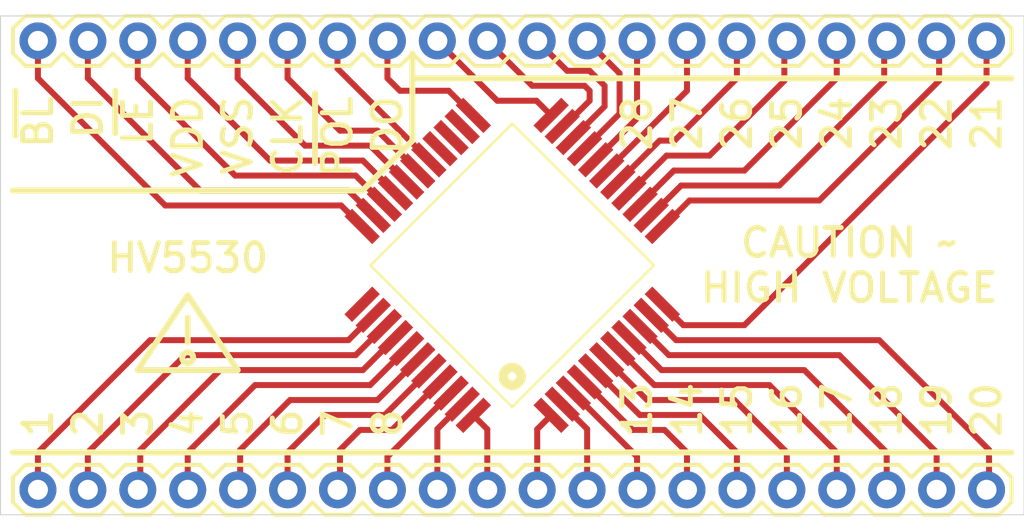
<source format=kicad_pcb>
(kicad_pcb (version 20240108) (generator "pcbnew") (generator_version "8.0")
  (layers (0 "F.Cu" signal) (31 "B.Cu" signal) (34 "B.Paste" user) (35 "F.Paste" user) (36 "B.SilkS" user "B.Silkscreen") (37 "F.SilkS" user "F.Silkscreen") (38 "B.Mask" user) (39 "F.Mask" user) (44 "Edge.Cuts" user))
  (net 0 "")
  (net 1 "HV21")
  (net 2 "HV22")
  (net 3 "HV23")
  (net 4 "HV24")
  (net 5 "HV25")
  (net 6 "HV26")
  (net 7 "HV27")
  (net 8 "HV28")
  (net 9 "HV29")
  (net 10 "HV30")
  (net 11 "HV32")
  (net 12 "HV31")
  (net 13 "HV20")
  (net 14 "HV19")
  (net 15 "HV18")
  (net 16 "HV17")
  (net 17 "HV16")
  (net 18 "HV15")
  (net 19 "HV14")
  (net 20 "HV13")
  (net 21 "HV12")
  (net 22 "HV11")
  (net 23 "HV10")
  (net 24 "HV9")
  (net 25 "HV8")
  (net 26 "HV7")
  (net 27 "HV6")
  (net 28 "HV5")
  (net 29 "HV4")
  (net 30 "HV3")
  (net 31 "HV2")
  (net 32 "HV1")
  (net 33 "VDD")
  (net 34 "D_IN")
  (net 35 "POL")
  (net 36 "BL")
  (net 37 "LE")
  (net 38 "CLK")
  (net 39 "D_OUT")
  (net 40 "VSS")
  (footprint "HV5530Breakout:1X20_513" (layer "F.Cu") (at 172.6311 93.5736 180)
    (property "Reference" "J2" (hide yes))
    (property "Value" "")
    (pad "1" thru_hole circle (at 0 0 270) (size 1.8796 1.8796) (drill 1.016) (layers "*.Cu" "*.Mask") (net 1 "HV21"))
    (pad "2" thru_hole circle (at 2.54 0 270) (size 1.8796 1.8796) (drill 1.016) (layers "*.Cu" "*.Mask") (net 2 "HV22"))
    (pad "3" thru_hole circle (at 5.08 0 270) (size 1.8796 1.8796) (drill 1.016) (layers "*.Cu" "*.Mask") (net 3 "HV23"))
    (pad "4" thru_hole circle (at 7.62 0 270) (size 1.8796 1.8796) (drill 1.016) (layers "*.Cu" "*.Mask") (net 4 "HV24"))
    (pad "5" thru_hole circle (at 10.16 0 270) (size 1.8796 1.8796) (drill 1.016) (layers "*.Cu" "*.Mask") (net 5 "HV25"))
    (pad "6" thru_hole circle (at 12.7 0 270) (size 1.8796 1.8796) (drill 1.016) (layers "*.Cu" "*.Mask") (net 6 "HV26"))
    (pad "7" thru_hole circle (at 15.24 0 270) (size 1.8796 1.8796) (drill 1.016) (layers "*.Cu" "*.Mask") (net 7 "HV27"))
    (pad "8" thru_hole circle (at 17.78 0 270) (size 1.8796 1.8796) (drill 1.016) (layers "*.Cu" "*.Mask") (net 8 "HV28"))
    (pad "9" thru_hole circle (at 20.32 0 270) (size 1.8796 1.8796) (drill 1.016) (layers "*.Cu" "*.Mask") (net 9 "HV29"))
    (pad "10" thru_hole circle (at 22.86 0 270) (size 1.8796 1.8796) (drill 1.016) (layers "*.Cu" "*.Mask") (net 10 "HV30"))
    (pad "11" thru_hole circle (at 25.4 0 270) (size 1.8796 1.8796) (drill 1.016) (layers "*.Cu" "*.Mask") (net 12 "HV31"))
    (pad "12" thru_hole circle (at 27.94 0 270) (size 1.8796 1.8796) (drill 1.016) (layers "*.Cu" "*.Mask") (net 11 "HV32"))
    (pad "13" thru_hole circle (at 30.48 0 270) (size 1.8796 1.8796) (drill 1.016) (layers "*.Cu" "*.Mask") (net 39 "D_OUT"))
    (pad "14" thru_hole circle (at 33.02 0 270) (size 1.8796 1.8796) (drill 1.016) (layers "*.Cu" "*.Mask") (net 35 "POL"))
    (pad "15" thru_hole circle (at 35.56 0 270) (size 1.8796 1.8796) (drill 1.016) (layers "*.Cu" "*.Mask") (net 38 "CLK"))
    (pad "16" thru_hole circle (at 38.1 0 270) (size 1.8796 1.8796) (drill 1.016) (layers "*.Cu" "*.Mask") (net 40 "VSS"))
    (pad "17" thru_hole circle (at 40.64 0 270) (size 1.8796 1.8796) (drill 1.016) (layers "*.Cu" "*.Mask") (net 33 "VDD"))
    (pad "18" thru_hole circle (at 43.18 0 270) (size 1.8796 1.8796) (drill 1.016) (layers "*.Cu" "*.Mask") (net 37 "LE"))
    (pad "19" thru_hole circle (at 45.72 0 270) (size 1.8796 1.8796) (drill 1.016) (layers "*.Cu" "*.Mask") (net 34 "D_IN"))
    (pad "20" thru_hole circle (at 48.26 0 270) (size 1.8796 1.8796) (drill 1.016) (layers "*.Cu" "*.Mask") (net 36 "BL"))
  )
  (footprint "HV5530Breakout:44_PQFP_CORRECTED" (layer "F.Cu") (at 148.5011 105.0036 45)
    (property "Reference" "U$2" (hide yes))
    (property "Value" "HV5530_CORRECT" (hide yes))
    (pad "BL" smd rect (at -4 -6.8 45) (size 0.55 2) (layers "F.Cu" "F.Paste" "F.Mask") (net 36 "BL"))
    (pad "CLK" smd rect (at 0 -6.8 45) (size 0.55 2) (layers "F.Cu" "F.Paste" "F.Mask") (net 38 "CLK"))
    (pad "DIN" smd rect (at -3.2 -6.8 45) (size 0.55 2) (layers "F.Cu" "F.Paste" "F.Mask") (net 34 "D_IN"))
    (pad "DOUT" smd rect (at 4 -6.8 45) (size 0.55 2) (layers "F.Cu" "F.Paste" "F.Mask") (net 39 "D_OUT"))
    (pad "HV1" smd rect (at -6.8 -3.2 45) (size 2 0.55) (layers "F.Cu" "F.Paste" "F.Mask") (net 32 "HV1"))
    (pad "HV2" smd rect (at -6.8 -2.4 45) (size 2 0.55) (layers "F.Cu" "F.Paste" "F.Mask") (net 31 "HV2"))
    (pad "HV3" smd rect (at -6.8 -1.6 45) (size 2 0.55) (layers "F.Cu" "F.Paste" "F.Mask") (net 30 "HV3"))
    (pad "HV4" smd rect (at -6.800001 -0.8 45) (size 2 0.55) (layers "F.Cu" "F.Paste" "F.Mask") (net 29 "HV4"))
    (pad "HV5" smd rect (at -6.8 0 45) (size 2 0.55) (layers "F.Cu" "F.Paste" "F.Mask") (net 28 "HV5"))
    (pad "HV6" smd rect (at -6.800001 0.8 45) (size 2 0.55) (layers "F.Cu" "F.Paste" "F.Mask") (net 27 "HV6"))
    (pad "HV7" smd rect (at -6.8 1.6 45) (size 2 0.55) (layers "F.Cu" "F.Paste" "F.Mask") (net 26 "HV7"))
    (pad "HV8" smd rect (at -6.8 2.4 45) (size 2 0.55) (layers "F.Cu" "F.Paste" "F.Mask") (net 25 "HV8"))
    (pad "HV9" smd rect (at -6.8 3.2 45) (size 2 0.55) (layers "F.Cu" "F.Paste" "F.Mask") (net 24 "HV9"))
    (pad "HV10" smd rect (at -6.8 4 45) (size 2 0.55) (layers "F.Cu" "F.Paste" "F.Mask") (net 23 "HV10"))
    (pad "HV11" smd rect (at -4 6.8 45) (size 0.55 2) (layers "F.Cu" "F.Paste" "F.Mask") (net 22 "HV11"))
    (pad "HV12" smd rect (at -3.2 6.8 45) (size 0.55 2) (layers "F.Cu" "F.Paste" "F.Mask") (net 21 "HV12"))
    (pad "HV13" smd rect (at -2.4 6.8 45) (size 0.55 2) (layers "F.Cu" "F.Paste" "F.Mask") (net 20 "HV13"))
    (pad "HV14" smd rect (at -1.6 6.8 45) (size 0.55 2) (layers "F.Cu" "F.Paste" "F.Mask") (net 19 "HV14"))
    (pad "HV15" smd rect (at -0.8 6.800001 45) (size 0.55 2) (layers "F.Cu" "F.Paste" "F.Mask") (net 18 "HV15"))
    (pad "HV16" smd rect (at 0 6.8 45) (size 0.55 2) (layers "F.Cu" "F.Paste" "F.Mask") (net 17 "HV16"))
    (pad "HV17" smd rect (at 0.8 6.800001 45) (size 0.55 2) (layers "F.Cu" "F.Paste" "F.Mask") (net 16 "HV17"))
    (pad "HV18" smd rect (at 1.6 6.8 45) (size 0.55 2) (layers "F.Cu" "F.Paste" "F.Mask") (net 15 "HV18"))
    (pad "HV19" smd rect (at 2.4 6.8 45) (size 0.55 2) (layers "F.Cu" "F.Paste" "F.Mask") (net 14 "HV19"))
    (pad "HV20" smd rect (at 3.2 6.8 45) (size 0.55 2) (layers "F.Cu" "F.Paste" "F.Mask") (net 13 "HV20"))
    (pad "HV21" smd rect (at 4 6.8 45) (size 0.55 2) (layers "F.Cu" "F.Paste" "F.Mask") (net 1 "HV21"))
    (pad "HV22" smd rect (at 6.8 4 45) (size 2 0.55) (layers "F.Cu" "F.Paste" "F.Mask") (net 2 "HV22"))
    (pad "HV23" smd rect (at 6.8 3.2 45) (size 2 0.55) (layers "F.Cu" "F.Paste" "F.Mask") (net 3 "HV23"))
    (pad "HV24" smd rect (at 6.8 2.4 45) (size 2 0.55) (layers "F.Cu" "F.Paste" "F.Mask") (net 4 "HV24"))
    (pad "HV25" smd rect (at 6.8 1.6 45) (size 2 0.55) (layers "F.Cu" "F.Paste" "F.Mask") (net 5 "HV25"))
    (pad "HV26" smd rect (at 6.800001 0.8 45) (size 2 0.55) (layers "F.Cu" "F.Paste" "F.Mask") (net 6 "HV26"))
    (pad "HV27" smd rect (at 6.8 0 45) (size 2 0.55) (layers "F.Cu" "F.Paste" "F.Mask") (net 7 "HV27"))
    (pad "HV28" smd rect (at 6.800001 -0.8 45) (size 2 0.55) (layers "F.Cu" "F.Paste" "F.Mask") (net 8 "HV28"))
    (pad "HV29" smd rect (at 6.8 -1.6 45) (size 2 0.55) (layers "F.Cu" "F.Paste" "F.Mask") (net 9 "HV29"))
    (pad "HV30" smd rect (at 6.8 -2.4 45) (size 2 0.55) (layers "F.Cu" "F.Paste" "F.Mask") (net 10 "HV30"))
    (pad "HV31" smd rect (at 6.8 -3.2 45) (size 2 0.55) (layers "F.Cu" "F.Paste" "F.Mask") (net 12 "HV31"))
    (pad "HV32" smd rect (at 6.8 -4 45) (size 2 0.55) (layers "F.Cu" "F.Paste" "F.Mask") (net 11 "HV32"))
    (pad "LE" smd rect (at -2.4 -6.8 45) (size 0.55 2) (layers "F.Cu" "F.Paste" "F.Mask") (net 37 "LE"))
    (pad "NC@1" smd rect (at 3.2 -6.8 45) (size 0.55 2) (layers "F.Cu" "F.Paste" "F.Mask"))
    (pad "NC@2" smd rect (at 2.4 -6.8 45) (size 0.55 2) (layers "F.Cu" "F.Paste" "F.Mask"))
    (pad "NC@3" smd rect (at 1.6 -6.8 45) (size 0.55 2) (layers "F.Cu" "F.Paste" "F.Mask"))
    (pad "NC@4" smd rect (at -6.8 -4 45) (size 2 0.55) (layers "F.Cu" "F.Paste" "F.Mask"))
    (pad "POL" smd rect (at 0.8 -6.800001 45) (size 0.55 2) (layers "F.Cu" "F.Paste" "F.Mask") (net 35 "POL"))
    (pad "VDD" smd rect (at -1.6 -6.8 45) (size 0.55 2) (layers "F.Cu" "F.Paste" "F.Mask") (net 33 "VDD"))
    (pad "VSS" smd rect (at -0.8 -6.800001 45) (size 0.55 2) (layers "F.Cu" "F.Paste" "F.Mask") (net 40 "VSS"))
  )
  (footprint "HV5530Breakout:1X20_513" (layer "F.Cu") (at 124.3711 116.4336)
    (property "Reference" "J1" (hide yes))
    (property "Value" "")
    (pad "1" thru_hole circle (at 0 0 90) (size 1.8796 1.8796) (drill 1.016) (layers "*.Cu" "*.Mask") (net 32 "HV1"))
    (pad "2" thru_hole circle (at 2.54 0 90) (size 1.8796 1.8796) (drill 1.016) (layers "*.Cu" "*.Mask") (net 31 "HV2"))
    (pad "3" thru_hole circle (at 5.08 0 90) (size 1.8796 1.8796) (drill 1.016) (layers "*.Cu" "*.Mask") (net 30 "HV3"))
    (pad "4" thru_hole circle (at 7.62 0 90) (size 1.8796 1.8796) (drill 1.016) (layers "*.Cu" "*.Mask") (net 29 "HV4"))
    (pad "5" thru_hole circle (at 10.16 0 90) (size 1.8796 1.8796) (drill 1.016) (layers "*.Cu" "*.Mask") (net 28 "HV5"))
    (pad "6" thru_hole circle (at 12.7 0 90) (size 1.8796 1.8796) (drill 1.016) (layers "*.Cu" "*.Mask") (net 27 "HV6"))
    (pad "7" thru_hole circle (at 15.24 0 90) (size 1.8796 1.8796) (drill 1.016) (layers "*.Cu" "*.Mask") (net 26 "HV7"))
    (pad "8" thru_hole circle (at 17.78 0 90) (size 1.8796 1.8796) (drill 1.016) (layers "*.Cu" "*.Mask") (net 25 "HV8"))
    (pad "9" thru_hole circle (at 20.32 0 90) (size 1.8796 1.8796) (drill 1.016) (layers "*.Cu" "*.Mask") (net 24 "HV9"))
    (pad "10" thru_hole circle (at 22.86 0 90) (size 1.8796 1.8796) (drill 1.016) (layers "*.Cu" "*.Mask") (net 23 "HV10"))
    (pad "11" thru_hole circle (at 25.4 0 90) (size 1.8796 1.8796) (drill 1.016) (layers "*.Cu" "*.Mask") (net 22 "HV11"))
    (pad "12" thru_hole circle (at 27.94 0 90) (size 1.8796 1.8796) (drill 1.016) (layers "*.Cu" "*.Mask") (net 21 "HV12"))
    (pad "13" thru_hole circle (at 30.48 0 90) (size 1.8796 1.8796) (drill 1.016) (layers "*.Cu" "*.Mask") (net 20 "HV13"))
    (pad "14" thru_hole circle (at 33.02 0 90) (size 1.8796 1.8796) (drill 1.016) (layers "*.Cu" "*.Mask") (net 19 "HV14"))
    (pad "15" thru_hole circle (at 35.56 0 90) (size 1.8796 1.8796) (drill 1.016) (layers "*.Cu" "*.Mask") (net 18 "HV15"))
    (pad "16" thru_hole circle (at 38.1 0 90) (size 1.8796 1.8796) (drill 1.016) (layers "*.Cu" "*.Mask") (net 17 "HV16"))
    (pad "17" thru_hole circle (at 40.64 0 90) (size 1.8796 1.8796) (drill 1.016) (layers "*.Cu" "*.Mask") (net 16 "HV17"))
    (pad "18" thru_hole circle (at 43.18 0 90) (size 1.8796 1.8796) (drill 1.016) (layers "*.Cu" "*.Mask") (net 15 "HV18"))
    (pad "19" thru_hole circle (at 45.72 0 90) (size 1.8796 1.8796) (drill 1.016) (layers "*.Cu" "*.Mask") (net 14 "HV19"))
    (pad "20" thru_hole circle (at 48.26 0 90) (size 1.8796 1.8796) (drill 1.016) (layers "*.Cu" "*.Mask") (net 13 "HV20"))
  )
  (gr_line (start 143.4211 98.6536) (end 140.8811 101.1936) (stroke (width 0.3048)) (layer "F.SilkS"))
  (gr_line (start 128.3081 98.2726) (end 128.3081 96.1136) (stroke (width 0.3048)) (layer "F.SilkS"))
  (gr_line (start 143.4211 95.4786) (end 173.9011 95.4786) (stroke (width 0.3048)) (layer "F.SilkS"))
  (gr_line (start 140.8811 101.1936) (end 123.1011 101.1936) (stroke (width 0.3048)) (layer "F.SilkS"))
  (gr_line (start 131.9911 107.6706) (end 131.9911 108.9406) (stroke (width 0.3048)) (layer "F.SilkS"))
  (gr_line (start 131.9911 106.5276) (end 134.5311 110.3376) (stroke (width 0.3048)) (layer "F.SilkS"))
  (gr_line (start 143.4211 95.4786) (end 143.4211 94.2086) (stroke (width 0.3048)) (layer "F.SilkS"))
  (gr_line (start 143.4211 98.6536) (end 143.4211 95.4786) (stroke (width 0.3048)) (layer "F.SilkS"))
  (gr_line (start 123.1011 114.5286) (end 173.9011 114.5286) (stroke (width 0.3048)) (layer "F.SilkS"))
  (gr_line (start 138.4681 99.7966) (end 138.4681 96.2406) (stroke (width 0.3048)) (layer "F.SilkS"))
  (gr_line (start 129.4511 110.3376) (end 131.9911 106.5276) (stroke (width 0.3048)) (layer "F.SilkS"))
  (gr_line (start 123.2281 98.3996) (end 123.2281 96.1136) (stroke (width 0.3048)) (layer "F.SilkS"))
  (gr_circle (center 131.9911 109.7026) (end 132.1181 109.7026) (stroke (width 0.3048)) (fill none) (layer "F.SilkS"))
  (gr_line (start 134.5311 110.3376) (end 129.4511 110.3376) (stroke (width 0.3048)) (layer "F.SilkS"))
  (gr_line (start 174.5361 117.7036) (end 174.5361 92.3036) (stroke (width 0.05)) (layer "Edge.Cuts"))
  (gr_line (start 122.4661 117.7036) (end 174.5361 117.7036) (stroke (width 0.05)) (layer "Edge.Cuts"))
  (gr_line (start 174.5361 92.3036) (end 122.4661 92.3036) (stroke (width 0.05)) (layer "Edge.Cuts"))
  (gr_line (start 122.4661 92.3036) (end 122.4661 117.7036) (stroke (width 0.05)) (layer "Edge.Cuts"))
  (gr_text "DO" (at 142.1511 99.500726 90) (layer "F.SilkS") (effects (font (size 1.42494 1.42494) (thickness 0.25146)) (justify left)))
  (gr_text "19" (at 170.0911 113.8936 90) (layer "F.SilkS") (effects (font (size 1.42494 1.42494) (thickness 0.25146)) (justify left)))
  (gr_text "22" (at 170.0911 99.297164 90) (layer "F.SilkS") (effects (font (size 1.42494 1.42494) (thickness 0.25146)) (justify left)))
  (gr_text "15" (at 159.9311 113.8936 90) (layer "F.SilkS") (effects (font (size 1.42494 1.42494) (thickness 0.25146)) (justify left)))
  (gr_text "27" (at 157.3911 99.297164 90) (layer "F.SilkS") (effects (font (size 1.42494 1.42494) (thickness 0.25146)) (justify left)))
  (gr_text "3" (at 129.4511 113.8936 90) (layer "F.SilkS") (effects (font (size 1.42494 1.42494) (thickness 0.25146)) (justify left)))
  (gr_text "LE" (at 129.4511 99.025746 90) (layer "F.SilkS") (effects (font (size 1.42494 1.42494) (thickness 0.25146)) (justify left)))
  (gr_text "DI" (at 126.9111 98.686475 90) (layer "F.SilkS") (effects (font (size 1.42494 1.42494) (thickness 0.25146)) (justify left)))
  (gr_text "20" (at 172.6311 113.8936 90) (layer "F.SilkS") (effects (font (size 1.42494 1.42494) (thickness 0.25146)) (justify left)))
  (gr_text "5" (at 134.5311 113.8936 90) (layer "F.SilkS") (effects (font (size 1.42494 1.42494) (thickness 0.25146)) (justify left)))
  (gr_text "26" (at 159.9311 99.297164 90) (layer "F.SilkS") (effects (font (size 1.42494 1.42494) (thickness 0.25146)) (justify left)))
  (gr_text "16" (at 162.4711 113.8936 90) (layer "F.SilkS") (effects (font (size 1.42494 1.42494) (thickness 0.25146)) (justify left)))
  (gr_text "6" (at 137.0711 113.8936 90) (layer "F.SilkS") (effects (font (size 1.42494 1.42494) (thickness 0.25146)) (justify left)))
  (gr_text "VDD" (at 131.9911 100.654249 90) (layer "F.SilkS") (effects (font (size 1.42494 1.42494) (thickness 0.25146)) (justify left)))
  (gr_text "24" (at 165.0111 99.297164 90) (layer "F.SilkS") (effects (font (size 1.42494 1.42494) (thickness 0.25146)) (justify left)))
  (gr_text "POL" (at 139.6111 100.654249 90) (layer "F.SilkS") (effects (font (size 1.42494 1.42494) (thickness 0.25146)) (justify left)))
  (gr_text "28" (at 154.8511 99.297164 90) (layer "F.SilkS") (effects (font (size 1.42494 1.42494) (thickness 0.25146)) (justify left)))
  (gr_text "23" (at 167.5511 99.297164 90) (layer "F.SilkS") (effects (font (size 1.42494 1.42494) (thickness 0.25146)) (justify left)))
  (gr_text "CLK" (at 137.0711 100.586395 90) (layer "F.SilkS") (effects (font (size 1.42494 1.42494) (thickness 0.25146)) (justify left)))
  (gr_text "HV5530" (at 131.9911 104.6226 0) (layer "F.SilkS") (effects (font (size 1.42494 1.42494) (thickness 0.25146))))
  (gr_text "8" (at 142.1511 113.8936 90) (layer "F.SilkS") (effects (font (size 1.42494 1.42494) (thickness 0.25146)) (justify left)))
  (gr_text "25" (at 162.4711 99.297164 90) (layer "F.SilkS") (effects (font (size 1.42494 1.42494) (thickness 0.25146)) (justify left)))
  (gr_text "CAUTION ~\nHIGH VOLTAGE" (at 165.6461 105.0036 0) (layer "F.SilkS") (effects (font (size 1.42494 1.42494) (thickness 0.25146))))
  (gr_text "18" (at 167.5511 113.8936 90) (layer "F.SilkS") (effects (font (size 1.42494 1.42494) (thickness 0.25146)) (justify left)))
  (gr_text "7" (at 139.6111 113.8936 90) (layer "F.SilkS") (effects (font (size 1.42494 1.42494) (thickness 0.25146)) (justify left)))
  (gr_text "17" (at 165.0111 113.8936 90) (layer "F.SilkS") (effects (font (size 1.42494 1.42494) (thickness 0.25146)) (justify left)))
  (gr_text "1" (at 124.3711 113.8936 90) (layer "F.SilkS") (effects (font (size 1.42494 1.42494) (thickness 0.25146)) (justify left)))
  (gr_text "21" (at 172.6311 99.297164 90) (layer "F.SilkS") (effects (font (size 1.42494 1.42494) (thickness 0.25146)) (justify left)))
  (gr_text "BL" (at 124.3711 99.161455 90) (layer "F.SilkS") (effects (font (size 1.42494 1.42494) (thickness 0.25146)) (justify left)))
  (gr_text "13" (at 154.8511 113.8936 90) (layer "F.SilkS") (effects (font (size 1.42494 1.42494) (thickness 0.25146)) (justify left)))
  (gr_text "4" (at 131.9911 113.8936 90) (layer "F.SilkS") (effects (font (size 1.42494 1.42494) (thickness 0.25146)) (justify left)))
  (gr_text "14" (at 157.3911 113.8936 90) (layer "F.SilkS") (effects (font (size 1.42494 1.42494) (thickness 0.25146)) (justify left)))
  (gr_text "VSS" (at 134.5311 100.518541 90) (layer "F.SilkS") (effects (font (size 1.42494 1.42494) (thickness 0.25146)) (justify left)))
  (gr_text "2" (at 126.9111 113.8936 90) (layer "F.SilkS") (effects (font (size 1.42494 1.42494) (thickness 0.25146)) (justify left)))
  (segment (start 157.205959 108.0516) (end 160.3121 108.0516) (width 0.3048) (layer "F.Cu") (net 1))
  (segment (start 156.137856 106.983497) (end 157.205959 108.0516) (width 0.3048) (layer "F.Cu") (net 1))
  (segment (start 172.6311 95.7326) (end 172.6311 93.5736) (width 0.3048) (layer "F.Cu") (net 1))
  (segment (start 160.3121 108.0516) (end 172.6311 95.7326) (width 0.3048) (layer "F.Cu") (net 1))
  (segment (start 170.0911 93.5736) (end 170.2181 93.7006) (width 0.3048) (layer "F.Cu") (net 2))
  (segment (start 164.1221 101.7016) (end 157.5181 101.7016) (width 0.3048) (layer "F.Cu") (net 2))
  (segment (start 170.2181 93.7006) (end 170.2181 95.6056) (width 0.3048) (layer "F.Cu") (net 2))
  (segment (start 170.2181 95.6056) (end 164.1221 101.7016) (width 0.3048) (layer "F.Cu") (net 2))
  (segment (start 156.195996 103.023704) (end 156.137856 103.023704) (width 0.3048) (layer "F.Cu") (net 2))
  (segment (start 157.5181 101.7016) (end 156.195996 103.023704) (width 0.3048) (layer "F.Cu") (net 2))
  (segment (start 167.4241 95.6056) (end 162.0901 100.9396) (width 0.3048) (layer "F.Cu") (net 3))
  (segment (start 167.4241 93.7006) (end 167.4241 95.6056) (width 0.3048) (layer "F.Cu") (net 3))
  (segment (start 157.090584 100.9396) (end 155.572168 102.458016) (width 0.3048) (layer "F.Cu") (net 3))
  (segment (start 162.0901 100.9396) (end 157.090584 100.9396) (width 0.3048) (layer "F.Cu") (net 3))
  (segment (start 167.5511 93.5736) (end 167.4241 93.7006) (width 0.3048) (layer "F.Cu") (net 3))
  (segment (start 160.3121 100.1776) (end 156.721215 100.1776) (width 0.3048) (layer "F.Cu") (net 4))
  (segment (start 165.0111 93.5736) (end 165.0111 95.4786) (width 0.3048) (layer "F.Cu") (net 4))
  (segment (start 156.721215 100.1776) (end 155.006484 101.892332) (width 0.3048) (layer "F.Cu") (net 4))
  (segment (start 165.0111 95.4786) (end 160.3121 100.1776) (width 0.3048) (layer "F.Cu") (net 4))
  (segment (start 156.351846 99.4156) (end 154.4408 101.326647) (width 0.3048) (layer "F.Cu") (net 5))
  (segment (start 162.4711 93.5736) (end 162.3441 93.7006) (width 0.3048) (layer "F.Cu") (net 5))
  (segment (start 162.3441 93.7006) (end 162.3441 95.6056) (width 0.3048) (layer "F.Cu") (net 5))
  (segment (start 162.3441 95.6056) (end 158.5341 99.4156) (width 0.3048) (layer "F.Cu") (net 5))
  (segment (start 158.5341 99.4156) (end 156.351846 99.4156) (width 0.3048) (layer "F.Cu") (net 5))
  (segment (start 159.9311 93.5736) (end 159.9311 95.4786) (width 0.3048) (layer "F.Cu") (net 6))
  (segment (start 156.7561 98.6536) (end 155.9941 98.6536) (width 0.3048) (layer "F.Cu") (net 6))
  (segment (start 153.4541 101.181972) (end 153.875112 100.76096) (width 0.3048) (layer "F.Cu") (net 6))
  (segment (start 155.9941 98.6536) (end 153.4541 101.1936) (width 0.3048) (layer "F.Cu") (net 6))
  (segment (start 159.9311 95.4786) (end 156.7561 98.6536) (width 0.3048) (layer "F.Cu") (net 6))
  (segment (start 153.4541 101.1936) (end 153.4541 101.181972) (width 0.3048) (layer "F.Cu") (net 6))
  (segment (start 153.309428 100.195275) (end 157.3911 96.113604) (width 0.3048) (layer "F.Cu") (net 7))
  (segment (start 157.3911 96.113604) (end 157.3911 93.5736) (width 0.3048) (layer "F.Cu") (net 7))
  (segment (start 154.8511 93.5736) (end 154.8511 97.522235) (width 0.3048) (layer "F.Cu") (net 8))
  (segment (start 154.8511 97.522235) (end 152.743743 99.629591) (width 0.3048) (layer "F.Cu") (net 8))
  (segment (start 153.9621 95.2246) (end 152.3111 93.5736) (width 0.3048) (layer "F.Cu") (net 9))
  (segment (start 153.9621 97.27986) (end 153.9621 95.2246) (width 0.3048) (layer "F.Cu") (net 9))
  (segment (start 152.178056 99.063904) (end 153.9621 97.27986) (width 0.3048) (layer "F.Cu") (net 9))
  (segment (start 151.2951 95.0976) (end 149.7711 93.5736) (width 0.3048) (layer "F.Cu") (net 10))
  (segment (start 151.612371 98.498219) (end 153.2001 96.910491) (width 0.3048) (layer "F.Cu") (net 10))
  (segment (start 153.2001 95.8596) (end 152.4381 95.0976) (width 0.3048) (layer "F.Cu") (net 10))
  (segment (start 153.2001 96.910491) (end 153.2001 95.8596) (width 0.3048) (layer "F.Cu") (net 10))
  (segment (start 152.4381 95.0976) (end 151.2951 95.0976) (width 0.3048) (layer "F.Cu") (net 10))
  (segment (start 147.7391 96.6216) (end 144.6911 93.5736) (width 0.3048) (layer "F.Cu") (net 11))
  (segment (start 149.735753 96.6216) (end 147.7391 96.6216) (width 0.3048) (layer "F.Cu") (net 11))
  (segment (start 150.481 97.366847) (end 149.735753 96.6216) (width 0.3048) (layer "F.Cu") (net 11))
  (segment (start 152.1841 95.8596) (end 149.5171 95.8596) (width 0.3048) (layer "F.Cu") (net 12))
  (segment (start 152.4381 96.6216) (end 152.4381 96.1136) (width 0.3048) (layer "F.Cu") (net 12))
  (segment (start 149.5171 95.8596) (end 147.2311 93.5736) (width 0.3048) (layer "F.Cu") (net 12))
  (segment (start 151.046687 97.932535) (end 151.127165 97.932535) (width 0.3048) (layer "F.Cu") (net 12))
  (segment (start 151.127165 97.932535) (end 152.4381 96.6216) (width 0.3048) (layer "F.Cu") (net 12))
  (segment (start 152.4381 96.1136) (end 152.1841 95.8596) (width 0.3048) (layer "F.Cu") (net 12))
  (segment (start 156.836584 108.8136) (end 155.572168 107.549185) (width 0.3048) (layer "F.Cu") (net 13))
  (segment (start 172.7581 116.3066) (end 172.7581 114.4016) (width 0.3048) (layer "F.Cu") (net 13))
  (segment (start 172.6311 116.4336) (end 172.7581 116.3066) (width 0.3048) (layer "F.Cu") (net 13))
  (segment (start 167.1701 108.8136) (end 156.836584 108.8136) (width 0.3048) (layer "F.Cu") (net 13))
  (segment (start 172.7581 114.4016) (end 167.1701 108.8136) (width 0.3048) (layer "F.Cu") (net 13))
  (segment (start 170.0911 114.5286) (end 165.1381 109.5756) (width 0.3048) (layer "F.Cu") (net 14))
  (segment (start 165.1381 109.5756) (end 156.467215 109.5756) (width 0.3048) (layer "F.Cu") (net 14))
  (segment (start 156.467215 109.5756) (end 155.006484 108.114869) (width 0.3048) (layer "F.Cu") (net 14))
  (segment (start 170.0911 116.4336) (end 170.0911 114.5286) (width 0.3048) (layer "F.Cu") (net 14))
  (segment (start 167.5511 116.4336) (end 167.5511 114.5286) (width 0.3048) (layer "F.Cu") (net 15))
  (segment (start 167.5511 114.5286) (end 163.3601 110.3376) (width 0.3048) (layer "F.Cu") (net 15))
  (segment (start 156.097846 110.3376) (end 154.4408 108.680554) (width 0.3048) (layer "F.Cu") (net 15))
  (segment (start 163.3601 110.3376) (end 156.097846 110.3376) (width 0.3048) (layer "F.Cu") (net 15))
  (segment (start 155.728471 111.0996) (end 153.875112 109.246241) (width 0.3048) (layer "F.Cu") (net 16))
  (segment (start 165.0111 116.4336) (end 165.0111 114.5286) (width 0.3048) (layer "F.Cu") (net 16))
  (segment (start 161.5821 111.0996) (end 155.728471 111.0996) (width 0.3048) (layer "F.Cu") (net 16))
  (segment (start 165.0111 114.5286) (end 161.5821 111.0996) (width 0.3048) (layer "F.Cu") (net 16))
  (segment (start 162.4711 114.5286) (end 159.8041 111.8616) (width 0.3048) (layer "F.Cu") (net 17))
  (segment (start 162.4711 116.4336) (end 162.4711 114.5286) (width 0.3048) (layer "F.Cu") (net 17))
  (segment (start 159.8041 111.8616) (end 155.359103 111.8616) (width 0.3048) (layer "F.Cu") (net 17))
  (segment (start 155.359103 111.8616) (end 153.309428 109.811925) (width 0.3048) (layer "F.Cu") (net 17))
  (segment (start 159.9311 114.5286) (end 158.0261 112.6236) (width 0.3048) (layer "F.Cu") (net 18))
  (segment (start 159.9311 116.4336) (end 159.9311 114.5286) (width 0.3048) (layer "F.Cu") (net 18))
  (segment (start 154.989734 112.6236) (end 152.743743 110.37761) (width 0.3048) (layer "F.Cu") (net 18))
  (segment (start 158.0261 112.6236) (end 154.989734 112.6236) (width 0.3048) (layer "F.Cu") (net 18))
  (segment (start 157.3911 116.4336) (end 157.3911 114.5286) (width 0.3048) (layer "F.Cu") (net 19))
  (segment (start 157.3911 114.5286) (end 156.2481 113.3856) (width 0.3048) (layer "F.Cu") (net 19))
  (segment (start 154.620359 113.3856) (end 152.178056 110.943297) (width 0.3048) (layer "F.Cu") (net 19))
  (segment (start 156.2481 113.3856) (end 154.620359 113.3856) (width 0.3048) (layer "F.Cu") (net 19))
  (segment (start 154.8511 114.74771) (end 151.612371 111.508982) (width 0.3048) (layer "F.Cu") (net 20))
  (segment (start 154.8511 116.4336) (end 154.8511 114.74771) (width 0.3048) (layer "F.Cu") (net 20))
  (segment (start 152.3111 113.339079) (end 151.046687 112.074666) (width 0.3048) (layer "F.Cu") (net 21))
  (segment (start 152.3111 116.4336) (end 152.3111 113.339079) (width 0.3048) (layer "F.Cu") (net 21))
  (segment (start 150.481 112.640354) (end 149.7711 113.350254) (width 0.3048) (layer "F.Cu") (net 22))
  (segment (start 149.7711 113.350254) (end 149.7711 116.4336) (width 0.3048) (layer "F.Cu") (net 22))
  (segment (start 146.521203 112.640354) (end 147.2311 113.35025) (width 0.3048) (layer "F.Cu") (net 23))
  (segment (start 147.2311 113.35025) (end 147.2311 116.4336) (width 0.3048) (layer "F.Cu") (net 23))
  (segment (start 145.955515 112.074666) (end 144.6911 113.339082) (width 0.3048) (layer "F.Cu") (net 24))
  (segment (start 144.6911 113.339082) (end 144.6911 116.4336) (width 0.3048) (layer "F.Cu") (net 24))
  (segment (start 142.1511 114.747713) (end 142.1511 116.4336) (width 0.3048) (layer "F.Cu") (net 25))
  (segment (start 145.389831 111.508982) (end 142.1511 114.747713) (width 0.3048) (layer "F.Cu") (net 25))
  (segment (start 139.7381 116.3066) (end 139.7381 114.4016) (width 0.3048) (layer "F.Cu") (net 26))
  (segment (start 142.381843 113.3856) (end 144.824146 110.943297) (width 0.3048) (layer "F.Cu") (net 26))
  (segment (start 139.6111 116.4336) (end 139.7381 116.3066) (width 0.3048) (layer "F.Cu") (net 26))
  (segment (start 140.7541 113.3856) (end 142.381843 113.3856) (width 0.3048) (layer "F.Cu") (net 26))
  (segment (start 139.7381 114.4016) (end 140.7541 113.3856) (width 0.3048) (layer "F.Cu") (net 26))
  (segment (start 137.0711 116.4336) (end 137.0711 114.5286) (width 0.3048) (layer "F.Cu") (net 27))
  (segment (start 142.012468 112.6236) (end 144.258459 110.37761) (width 0.3048) (layer "F.Cu") (net 27))
  (segment (start 138.9761 112.6236) (end 142.012468 112.6236) (width 0.3048) (layer "F.Cu") (net 27))
  (segment (start 137.0711 114.5286) (end 138.9761 112.6236) (width 0.3048) (layer "F.Cu") (net 27))
  (segment (start 134.6581 114.4016) (end 137.1981 111.8616) (width 0.3048) (layer "F.Cu") (net 28))
  (segment (start 134.6581 116.3066) (end 134.6581 114.4016) (width 0.3048) (layer "F.Cu") (net 28))
  (segment (start 141.6431 111.8616) (end 143.692775 109.811925) (width 0.3048) (layer "F.Cu") (net 28))
  (segment (start 137.1981 111.8616) (end 141.6431 111.8616) (width 0.3048) (layer "F.Cu") (net 28))
  (segment (start 134.5311 116.4336) (end 134.6581 116.3066) (width 0.3048) (layer "F.Cu") (net 28))
  (segment (start 131.9911 116.4336) (end 131.9911 114.5286) (width 0.3048) (layer "F.Cu") (net 29))
  (segment (start 141.273731 111.0996) (end 143.12709 109.246241) (width 0.3048) (layer "F.Cu") (net 29))
  (segment (start 135.4201 111.0996) (end 141.273731 111.0996) (width 0.3048) (layer "F.Cu") (net 29))
  (segment (start 131.9911 114.5286) (end 135.4201 111.0996) (width 0.3048) (layer "F.Cu") (net 29))
  (segment (start 129.5781 116.3066) (end 129.5781 114.4016) (width 0.3048) (layer "F.Cu") (net 30))
  (segment (start 133.6421 110.3376) (end 140.904356 110.3376) (width 0.3048) (layer "F.Cu") (net 30))
  (segment (start 129.5781 114.4016) (end 133.6421 110.3376) (width 0.3048) (layer "F.Cu") (net 30))
  (segment (start 129.4511 116.4336) (end 129.5781 116.3066) (width 0.3048) (layer "F.Cu") (net 30))
  (segment (start 140.904356 110.3376) (end 142.561403 108.680554) (width 0.3048) (layer "F.Cu") (net 30))
  (segment (start 126.9111 114.5286) (end 131.8641 109.5756) (width 0.3048) (layer "F.Cu") (net 31))
  (segment (start 140.534987 109.5756) (end 141.995718 108.114869) (width 0.3048) (layer "F.Cu") (net 31))
  (segment (start 131.8641 109.5756) (end 140.534987 109.5756) (width 0.3048) (layer "F.Cu") (net 31))
  (segment (start 126.9111 116.4336) (end 126.9111 114.5286) (width 0.3048) (layer "F.Cu") (net 31))
  (segment (start 130.0861 108.8136) (end 140.165618 108.8136) (width 0.3048) (layer "F.Cu") (net 32))
  (segment (start 140.165618 108.8136) (end 141.430034 107.549185) (width 0.3048) (layer "F.Cu") (net 32))
  (segment (start 124.3711 116.4336) (end 124.3711 114.5286) (width 0.3048) (layer "F.Cu") (net 32))
  (segment (start 124.3711 114.5286) (end 130.0861 108.8136) (width 0.3048) (layer "F.Cu") (net 32))
  (segment (start 131.9911 95.4786) (end 136.1821 99.6696) (width 0.3048) (layer "F.Cu") (net 33))
  (segment (start 131.9911 93.5736) (end 131.9911 95.4786) (width 0.3048) (layer "F.Cu") (net 33))
  (segment (start 140.904356 99.6696) (end 142.561403 101.326647) (width 0.3048) (layer "F.Cu") (net 33))
  (segment (start 136.1821 99.6696) (end 140.904356 99.6696) (width 0.3048) (layer "F.Cu") (net 33))
  (segment (start 140.165618 101.1936) (end 141.430034 102.458016) (width 0.3048) (layer "F.Cu") (net 34))
  (segment (start 126.9111 95.4786) (end 132.6261 101.1936) (width 0.3048) (layer "F.Cu") (net 34))
  (segment (start 126.9111 93.5736) (end 126.9111 95.4786) (width 0.3048) (layer "F.Cu") (net 34))
  (segment (start 132.6261 101.1936) (end 140.165618 101.1936) (width 0.3048) (layer "F.Cu") (net 34))
  (segment (start 139.6111 94.982232) (end 144.258459 99.629591) (width 0.3048) (layer "F.Cu") (net 35))
  (segment (start 139.6111 93.5736) (end 139.6111 94.982232) (width 0.3048) (layer "F.Cu") (net 35))
  (segment (start 130.8481 101.9556) (end 139.796243 101.9556) (width 0.3048) (layer "F.Cu") (net 36))
  (segment (start 124.3711 95.4786) (end 130.8481 101.9556) (width 0.3048) (layer "F.Cu") (net 36))
  (segment (start 139.796243 101.9556) (end 140.864346 103.023704) (width 0.3048) (layer "F.Cu") (net 36))
  (segment (start 124.3711 93.5736) (end 124.3711 95.4786) (width 0.3048) (layer "F.Cu") (net 36))
  (segment (start 140.534987 100.4316) (end 141.995718 101.892332) (width 0.3048) (layer "F.Cu") (net 37))
  (segment (start 129.4511 95.4786) (end 134.4041 100.4316) (width 0.3048) (layer "F.Cu") (net 37))
  (segment (start 129.4511 93.5736) (end 129.4511 95.4786) (width 0.3048) (layer "F.Cu") (net 37))
  (segment (start 134.4041 100.4316) (end 140.534987 100.4316) (width 0.3048) (layer "F.Cu") (net 37))
  (segment (start 137.0711 93.5736) (end 137.0711 95.4786) (width 0.3048) (layer "F.Cu") (net 38))
  (segment (start 139.7381 98.1456) (end 141.6431 98.1456) (width 0.3048) (layer "F.Cu") (net 38))
  (segment (start 141.6431 98.1456) (end 143.692775 100.195275) (width 0.3048) (layer "F.Cu") (net 38))
  (segment (start 137.0711 95.4786) (end 139.7381 98.1456) (width 0.3048) (layer "F.Cu") (net 38))
  (segment (start 145.267956 96.1136) (end 146.521203 97.366847) (width 0.3048) (layer "F.Cu") (net 39))
  (segment (start 142.1511 93.5736) (end 142.1511 95.4786) (width 0.3048) (layer "F.Cu") (net 39))
  (segment (start 142.1511 95.4786) (end 142.7861 96.1136) (width 0.3048) (layer "F.Cu") (net 39))
  (segment (start 142.7861 96.1136) (end 145.267956 96.1136) (width 0.3048) (layer "F.Cu") (net 39))
  (segment (start 141.273731 98.9076) (end 143.12709 100.76096) (width 0.3048) (layer "F.Cu") (net 40))
  (segment (start 134.5311 93.5736) (end 134.5311 95.4786) (width 0.3048) (layer "F.Cu") (net 40))
  (segment (start 137.9601 98.9076) (end 141.273731 98.9076) (width 0.3048) (layer "F.Cu") (net 40))
  (segment (start 134.5311 95.4786) (end 137.9601 98.9076) (width 0.3048) (layer "F.Cu") (net 40))
)
</source>
